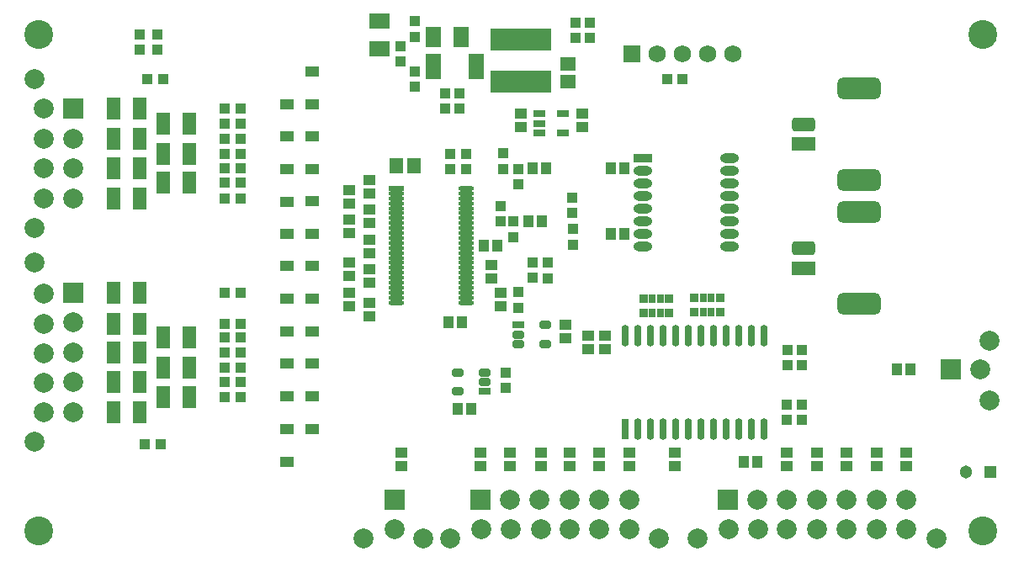
<source format=gts>
G04*
G04 #@! TF.GenerationSoftware,Altium Limited,Altium Designer,19.0.10 (269)*
G04*
G04 Layer_Color=8388736*
%FSLAX25Y25*%
%MOIN*%
G70*
G01*
G75*
%ADD44R,0.07887X0.06312*%
%ADD45R,0.06312X0.05328*%
%ADD46R,0.04934X0.03162*%
%ADD47R,0.04143X0.04537*%
%ADD48R,0.04737X0.03162*%
G04:AMPARAMS|DCode=49|XSize=31.62mil|YSize=47.37mil|CornerRadius=9.91mil|HoleSize=0mil|Usage=FLASHONLY|Rotation=270.000|XOffset=0mil|YOffset=0mil|HoleType=Round|Shape=RoundedRectangle|*
%AMROUNDEDRECTD49*
21,1,0.03162,0.02756,0,0,270.0*
21,1,0.01181,0.04737,0,0,270.0*
1,1,0.01981,-0.01378,-0.00591*
1,1,0.01981,-0.01378,0.00591*
1,1,0.01981,0.01378,0.00591*
1,1,0.01981,0.01378,-0.00591*
%
%ADD49ROUNDEDRECTD49*%
%ADD50R,0.04147X0.04147*%
%ADD51R,0.24422X0.09068*%
%ADD52R,0.06312X0.01902*%
%ADD53R,0.06312X0.07887*%
%ADD54R,0.04537X0.04143*%
%ADD55R,0.05603X0.04383*%
%ADD56O,0.07493X0.03792*%
%ADD57R,0.07493X0.03792*%
%ADD58R,0.04147X0.04147*%
%ADD59R,0.05288X0.08792*%
%ADD60R,0.03950X0.03950*%
%ADD61O,0.06115X0.01981*%
%ADD62R,0.06115X0.01981*%
%ADD63R,0.05328X0.06312*%
%ADD64R,0.03320X0.03556*%
%ADD65R,0.02769X0.03556*%
%ADD66R,0.02965X0.08477*%
%ADD67O,0.02965X0.08477*%
G04:AMPARAMS|DCode=68|XSize=86.74mil|YSize=173.35mil|CornerRadius=23.68mil|HoleSize=0mil|Usage=FLASHONLY|Rotation=90.000|XOffset=0mil|YOffset=0mil|HoleType=Round|Shape=RoundedRectangle|*
%AMROUNDEDRECTD68*
21,1,0.08674,0.12598,0,0,90.0*
21,1,0.03937,0.17335,0,0,90.0*
1,1,0.04737,0.06299,0.01968*
1,1,0.04737,0.06299,-0.01968*
1,1,0.04737,-0.06299,-0.01968*
1,1,0.04737,-0.06299,0.01968*
%
%ADD68ROUNDEDRECTD68*%
%ADD69R,0.09461X0.05524*%
G04:AMPARAMS|DCode=70|XSize=55.24mil|YSize=94.61mil|CornerRadius=15.81mil|HoleSize=0mil|Usage=FLASHONLY|Rotation=90.000|XOffset=0mil|YOffset=0mil|HoleType=Round|Shape=RoundedRectangle|*
%AMROUNDEDRECTD70*
21,1,0.05524,0.06299,0,0,90.0*
21,1,0.02362,0.09461,0,0,90.0*
1,1,0.03162,0.03150,0.01181*
1,1,0.03162,0.03150,-0.01181*
1,1,0.03162,-0.03150,-0.01181*
1,1,0.03162,-0.03150,0.01181*
%
%ADD70ROUNDEDRECTD70*%
%ADD71C,0.06800*%
%ADD72R,0.06800X0.06800*%
%ADD73C,0.07887*%
%ADD74R,0.07887X0.07887*%
%ADD75R,0.07887X0.07887*%
%ADD76R,0.05131X0.05131*%
%ADD77C,0.05131*%
%ADD78C,0.11430*%
D44*
X144685Y201083D02*
D03*
Y211909D02*
D03*
D45*
X219488Y194842D02*
D03*
Y187952D02*
D03*
D46*
X208268Y175197D02*
D03*
Y171457D02*
D03*
Y167717D02*
D03*
X217323D02*
D03*
Y175197D02*
D03*
D47*
X175689Y58395D02*
D03*
X181004D02*
D03*
X241831Y127717D02*
D03*
X236516D02*
D03*
X241831Y153543D02*
D03*
X236516D02*
D03*
X289173Y37402D02*
D03*
X294488D02*
D03*
X349803Y73819D02*
D03*
X355118D02*
D03*
X172244Y92520D02*
D03*
X177559D02*
D03*
X186054Y123031D02*
D03*
X191368D02*
D03*
X203740Y132717D02*
D03*
X209055D02*
D03*
X205610Y153543D02*
D03*
X210925D02*
D03*
D48*
X186516Y65158D02*
D03*
X199803Y91535D02*
D03*
D49*
X186516Y68898D02*
D03*
Y72638D02*
D03*
X175689D02*
D03*
Y65158D02*
D03*
X199803Y87795D02*
D03*
Y84055D02*
D03*
X210630D02*
D03*
Y91535D02*
D03*
D50*
X194882Y72638D02*
D03*
Y66535D02*
D03*
X152983Y195866D02*
D03*
Y201969D02*
D03*
X158888Y191929D02*
D03*
Y185827D02*
D03*
X176605Y183465D02*
D03*
Y177362D02*
D03*
X170699Y183465D02*
D03*
Y177362D02*
D03*
X158888Y205709D02*
D03*
Y211811D02*
D03*
X222441Y211278D02*
D03*
Y205176D02*
D03*
X49843Y206693D02*
D03*
Y200591D02*
D03*
X178974Y159323D02*
D03*
Y153221D02*
D03*
X172668Y159323D02*
D03*
Y153221D02*
D03*
X205610Y110236D02*
D03*
Y116339D02*
D03*
X211614Y116240D02*
D03*
Y110138D02*
D03*
X199803Y104537D02*
D03*
Y98435D02*
D03*
X197835Y126457D02*
D03*
Y132559D02*
D03*
X192913D02*
D03*
Y138661D02*
D03*
X193898Y153445D02*
D03*
Y159547D02*
D03*
X199803Y147215D02*
D03*
Y153317D02*
D03*
X221260Y142028D02*
D03*
Y135925D02*
D03*
X221457Y123406D02*
D03*
Y129508D02*
D03*
X306102Y53839D02*
D03*
Y59941D02*
D03*
X312008Y53839D02*
D03*
Y59941D02*
D03*
X306575Y81595D02*
D03*
Y75492D02*
D03*
X312008Y81595D02*
D03*
Y75492D02*
D03*
D51*
X200787Y187952D02*
D03*
Y204487D02*
D03*
D52*
X183061Y189961D02*
D03*
Y191929D02*
D03*
Y193898D02*
D03*
Y195866D02*
D03*
Y197835D02*
D03*
X166211Y189961D02*
D03*
Y191929D02*
D03*
Y193898D02*
D03*
Y195866D02*
D03*
Y197835D02*
D03*
D53*
X177038Y205709D02*
D03*
X166211D02*
D03*
D54*
X225020Y175329D02*
D03*
Y170014D02*
D03*
X200787Y169882D02*
D03*
Y175197D02*
D03*
X353543Y35728D02*
D03*
Y41043D02*
D03*
X341732Y35728D02*
D03*
Y41043D02*
D03*
X329921Y35728D02*
D03*
Y41043D02*
D03*
X318110Y35728D02*
D03*
Y41043D02*
D03*
X306299Y35728D02*
D03*
Y41043D02*
D03*
X261811Y35728D02*
D03*
Y41043D02*
D03*
X243701Y35728D02*
D03*
Y41043D02*
D03*
X231890Y35728D02*
D03*
Y41043D02*
D03*
X220079Y35728D02*
D03*
Y41043D02*
D03*
X208661Y35728D02*
D03*
Y41043D02*
D03*
X196457Y35728D02*
D03*
Y41043D02*
D03*
X184646Y35728D02*
D03*
Y41043D02*
D03*
X153543Y35728D02*
D03*
Y41043D02*
D03*
X132874Y139764D02*
D03*
Y145079D02*
D03*
X140748Y131890D02*
D03*
Y137205D02*
D03*
X132874Y127953D02*
D03*
Y133268D02*
D03*
X140748Y120079D02*
D03*
Y125394D02*
D03*
X132874Y116142D02*
D03*
Y110827D02*
D03*
X140748Y108268D02*
D03*
Y113583D02*
D03*
X132874Y104331D02*
D03*
Y99016D02*
D03*
X140748Y100394D02*
D03*
Y95079D02*
D03*
X192913Y104331D02*
D03*
Y99016D02*
D03*
X188976Y115335D02*
D03*
Y110020D02*
D03*
X234272Y87303D02*
D03*
Y81988D02*
D03*
X227362Y87303D02*
D03*
Y81988D02*
D03*
X218504Y91535D02*
D03*
Y86221D02*
D03*
X140748Y149016D02*
D03*
Y143701D02*
D03*
D55*
X118110Y50315D02*
D03*
Y63228D02*
D03*
Y76142D02*
D03*
Y89055D02*
D03*
Y101969D02*
D03*
Y114882D02*
D03*
Y127795D02*
D03*
Y140709D02*
D03*
Y153386D02*
D03*
Y166299D02*
D03*
Y179134D02*
D03*
Y192047D02*
D03*
X108268Y37402D02*
D03*
Y50315D02*
D03*
Y63228D02*
D03*
Y76142D02*
D03*
Y89055D02*
D03*
Y101969D02*
D03*
Y114882D02*
D03*
Y127795D02*
D03*
Y140472D02*
D03*
Y153386D02*
D03*
Y166220D02*
D03*
Y179134D02*
D03*
D56*
X283465Y127717D02*
D03*
Y137716D02*
D03*
Y142717D02*
D03*
Y147716D02*
D03*
Y152717D02*
D03*
Y157717D02*
D03*
X249016Y122716D02*
D03*
Y127717D02*
D03*
Y132717D02*
D03*
Y137716D02*
D03*
Y142717D02*
D03*
Y152717D02*
D03*
Y147716D02*
D03*
X283465Y122716D02*
D03*
Y132717D02*
D03*
D57*
X249016Y157717D02*
D03*
D58*
X89665Y177165D02*
D03*
X83563D02*
D03*
X52953Y188976D02*
D03*
X59055D02*
D03*
X51876Y44291D02*
D03*
X57979D02*
D03*
X264764Y188976D02*
D03*
X258661D02*
D03*
X83563Y62992D02*
D03*
X89665D02*
D03*
X83563Y68898D02*
D03*
X89665D02*
D03*
X83563Y74803D02*
D03*
X89665D02*
D03*
X83563Y86614D02*
D03*
X89665D02*
D03*
X83563Y80709D02*
D03*
X89665D02*
D03*
X83563Y92126D02*
D03*
X89665D02*
D03*
X83563Y104331D02*
D03*
X89665D02*
D03*
X83563Y141732D02*
D03*
X89665D02*
D03*
X83563Y147963D02*
D03*
X89665D02*
D03*
X83563Y153543D02*
D03*
X89665D02*
D03*
X83563Y159449D02*
D03*
X89665D02*
D03*
X83563Y165354D02*
D03*
X89665D02*
D03*
X83563Y171260D02*
D03*
X89665D02*
D03*
D59*
X59055Y159449D02*
D03*
X69528D02*
D03*
X59055Y147963D02*
D03*
X69528D02*
D03*
X59055Y62992D02*
D03*
X69528D02*
D03*
X59055Y86614D02*
D03*
X69528D02*
D03*
X39370Y68898D02*
D03*
X49843D02*
D03*
X39370Y92126D02*
D03*
X49843D02*
D03*
X39370Y141732D02*
D03*
X49843D02*
D03*
X39370Y57087D02*
D03*
X49843D02*
D03*
X59055Y74803D02*
D03*
X69528D02*
D03*
X39370Y80709D02*
D03*
X49843D02*
D03*
X39370Y104331D02*
D03*
X49843D02*
D03*
Y165354D02*
D03*
X39370D02*
D03*
X49843Y153543D02*
D03*
X39370D02*
D03*
X69528Y171260D02*
D03*
X59055D02*
D03*
X49843Y177165D02*
D03*
X39370D02*
D03*
D60*
X228051Y205275D02*
D03*
Y211180D02*
D03*
X56732Y200590D02*
D03*
Y206496D02*
D03*
D61*
X179134Y100394D02*
D03*
Y102362D02*
D03*
Y104331D02*
D03*
Y106299D02*
D03*
Y108268D02*
D03*
Y110236D02*
D03*
Y112205D02*
D03*
Y114173D02*
D03*
Y116142D02*
D03*
Y118110D02*
D03*
Y120079D02*
D03*
Y122047D02*
D03*
Y124016D02*
D03*
Y125984D02*
D03*
Y127953D02*
D03*
Y129921D02*
D03*
Y131890D02*
D03*
Y133858D02*
D03*
Y135827D02*
D03*
Y137795D02*
D03*
Y139764D02*
D03*
Y141732D02*
D03*
Y143701D02*
D03*
Y145669D02*
D03*
X151575Y100394D02*
D03*
Y102362D02*
D03*
Y104331D02*
D03*
Y106299D02*
D03*
Y108268D02*
D03*
Y110236D02*
D03*
Y112205D02*
D03*
Y114173D02*
D03*
Y116142D02*
D03*
Y118110D02*
D03*
Y120079D02*
D03*
Y122047D02*
D03*
Y124016D02*
D03*
Y125984D02*
D03*
Y127953D02*
D03*
Y129921D02*
D03*
Y131890D02*
D03*
Y133858D02*
D03*
Y135827D02*
D03*
Y137795D02*
D03*
Y139764D02*
D03*
Y141732D02*
D03*
Y143701D02*
D03*
D62*
Y145669D02*
D03*
D63*
X158465Y154528D02*
D03*
X151575D02*
D03*
D64*
X279646Y102165D02*
D03*
X269567D02*
D03*
X279646Y96653D02*
D03*
X269567D02*
D03*
X259567Y101969D02*
D03*
X249488D02*
D03*
X259567Y96457D02*
D03*
X249488D02*
D03*
D65*
X276181Y102165D02*
D03*
X273031D02*
D03*
X276181Y96653D02*
D03*
X273031D02*
D03*
X256102Y101969D02*
D03*
X252953D02*
D03*
X256102Y96457D02*
D03*
X252953D02*
D03*
D66*
X242185Y50394D02*
D03*
D67*
X247185D02*
D03*
X252185D02*
D03*
X257185D02*
D03*
X262185D02*
D03*
X267185D02*
D03*
X272185D02*
D03*
X277185D02*
D03*
X282185D02*
D03*
X287185D02*
D03*
X292185D02*
D03*
X297185D02*
D03*
X242185Y87402D02*
D03*
X247185D02*
D03*
X252185D02*
D03*
X257185D02*
D03*
X262185D02*
D03*
X267185D02*
D03*
X272185D02*
D03*
X277185D02*
D03*
X282185D02*
D03*
X287185D02*
D03*
X292185D02*
D03*
X297185D02*
D03*
D68*
X334646Y136142D02*
D03*
Y99921D02*
D03*
Y185236D02*
D03*
Y149016D02*
D03*
D69*
X312677Y114094D02*
D03*
Y163189D02*
D03*
D70*
Y121968D02*
D03*
Y171063D02*
D03*
D71*
X284764Y198819D02*
D03*
X274764D02*
D03*
X264764D02*
D03*
X254764D02*
D03*
D72*
X244764D02*
D03*
D73*
X243701Y10630D02*
D03*
X231890D02*
D03*
X172835Y6929D02*
D03*
X255512D02*
D03*
X196457Y22441D02*
D03*
X208268D02*
D03*
X220079D02*
D03*
X243701D02*
D03*
X185039Y10630D02*
D03*
X196850D02*
D03*
X208661D02*
D03*
X231890Y22441D02*
D03*
X220079Y10630D02*
D03*
X138573Y6890D02*
D03*
X162195D02*
D03*
X150778Y10591D02*
D03*
X382874Y73819D02*
D03*
X386575Y85236D02*
D03*
Y61614D02*
D03*
X11811Y141732D02*
D03*
Y153543D02*
D03*
Y165354D02*
D03*
Y177165D02*
D03*
X23622Y141732D02*
D03*
Y153543D02*
D03*
Y165354D02*
D03*
X8110Y129921D02*
D03*
Y188976D02*
D03*
X8110Y116142D02*
D03*
Y45276D02*
D03*
X23622Y92520D02*
D03*
Y80709D02*
D03*
Y68898D02*
D03*
X11811Y103937D02*
D03*
Y92126D02*
D03*
Y80315D02*
D03*
Y68504D02*
D03*
X23622Y57087D02*
D03*
X11811D02*
D03*
X329921Y10630D02*
D03*
X318110D02*
D03*
X270866Y6929D02*
D03*
X365354D02*
D03*
X294488Y22441D02*
D03*
X306299D02*
D03*
X318110D02*
D03*
X341732D02*
D03*
X353543D02*
D03*
X283071Y10630D02*
D03*
X294882D02*
D03*
X329921Y22441D02*
D03*
X306299Y10630D02*
D03*
X341732D02*
D03*
X353543D02*
D03*
D74*
X184646Y22441D02*
D03*
X150778Y22402D02*
D03*
X282677Y22441D02*
D03*
D75*
X371063Y73819D02*
D03*
X23622Y177165D02*
D03*
X23622Y104331D02*
D03*
D76*
X386811Y33465D02*
D03*
D77*
X376969D02*
D03*
D78*
X383858Y206693D02*
D03*
X9843Y9843D02*
D03*
Y206693D02*
D03*
X383858Y9843D02*
D03*
M02*

</source>
